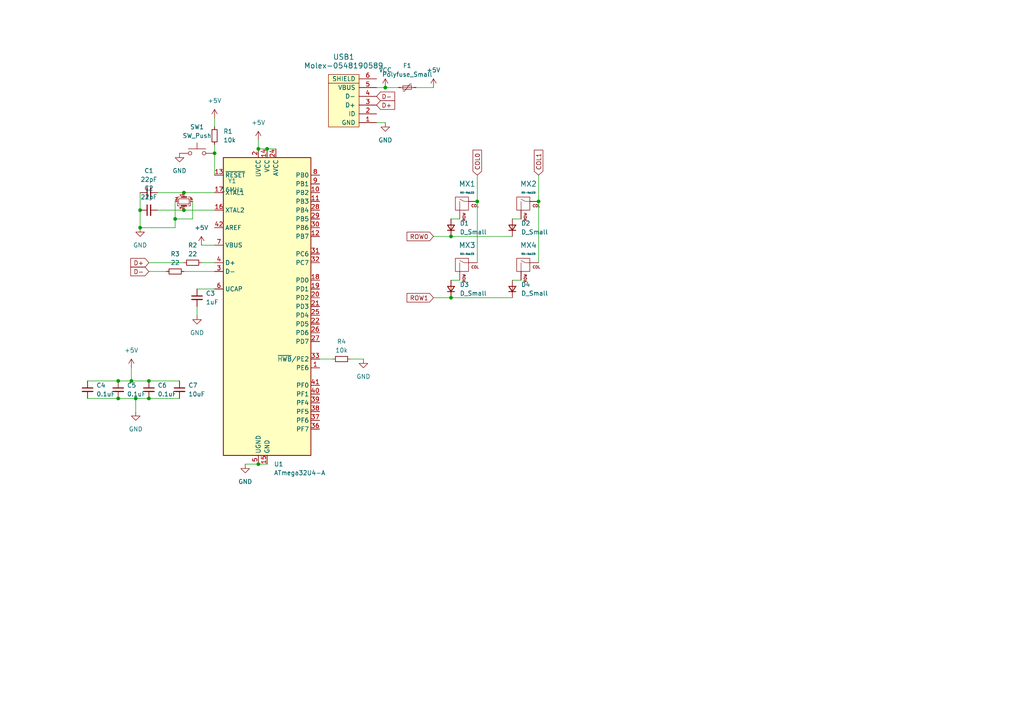
<source format=kicad_sch>
(kicad_sch (version 20230121) (generator eeschema)
  (paper "A4")
  (lib_symbols
    (symbol "Device:C_Small" (pin_numbers hide) (pin_names (offset 0.254) hide)
      (property "Reference" "C" (at 0.254 1.778 0))
      (property "Value" "C_Small" (at 0.254 -2.032 0))
      (symbol "C_Small_0_1"
        (polyline (pts (xy -1.524 -0.508) (xy 1.524 -0.508)) (stroke (width 0.3302)))
        (polyline (pts (xy -1.524 0.508) (xy 1.524 0.508)) (stroke (width 0.3048)))
      )
      (symbol "C_Small_1_1"
        (pin passive line (at 0 2.54 270) (length 2.032) (name "~") (number "1"))
        (pin passive line (at 0 -2.54 90) (length 2.032) (name "~") (number "2"))
      )
    )
    (symbol "Device:Crystal_GND24_Small" (pin_names (offset 1.016) hide)
      (property "Reference" "Y" (at 1.27 4.445 0))
      (property "Value" "Crystal_GND24_Small" (at 1.27 2.54 0))
      (symbol "Crystal_GND24_Small_0_1"
        (rectangle (start -0.762 -1.524) (end 0.762 1.524))
        (polyline (pts (xy -1.27 -0.762) (xy -1.27 0.762)) (stroke (width 0.381)))
        (polyline (pts (xy 1.27 -0.762) (xy 1.27 0.762)) (stroke (width 0.381)))
        (polyline (pts (xy -1.27 -1.27) (xy -1.27 -1.905) (xy 1.27 -1.905) (xy 1.27 -1.27)))
        (polyline (pts (xy -1.27 1.27) (xy -1.27 1.905) (xy 1.27 1.905) (xy 1.27 1.27)))
      )
      (symbol "Crystal_GND24_Small_1_1"
        (pin passive line (at -2.54 0 0) (length 1.27) (name "1") (number "1"))
        (pin passive line (at 0 -2.54 90) (length 0.635) (name "2") (number "2"))
        (pin passive line (at 2.54 0 180) (length 1.27) (name "3") (number "3"))
        (pin passive line (at 0 2.54 270) (length 0.635) (name "4") (number "4"))
      )
    )
    (symbol "Device:D_Small" (pin_numbers hide) (pin_names (offset 0.254) hide)
      (property "Reference" "D" (at -1.27 2.032 0))
      (property "Value" "D_Small" (at -3.81 -2.032 0))
      (symbol "D_Small_0_1"
        (polyline (pts (xy -0.762 -1.016) (xy -0.762 1.016)) (stroke (width 0.254)))
        (polyline (pts (xy -0.762 0) (xy 0.762 0)))
        (polyline (pts (xy 0.762 -1.016) (xy -0.762 0) (xy 0.762 1.016) (xy 0.762 -1.016)) (stroke (width 0.254)))
      )
      (symbol "D_Small_1_1"
        (pin passive line (at -2.54 0 0) (length 1.778) (name "K") (number "1"))
        (pin passive line (at 2.54 0 180) (length 1.778) (name "A") (number "2"))
      )
    )
    (symbol "Device:Polyfuse_Small" (pin_numbers hide) (pin_names (offset 0))
      (property "Reference" "F" (at -1.905 0 90))
      (property "Value" "Polyfuse_Small" (at 1.905 0 90))
      (symbol "Polyfuse_Small_0_1"
        (rectangle (start -0.508 1.27) (end 0.508 -1.27))
        (polyline (pts (xy 0 2.54) (xy 0 -2.54)))
        (polyline (pts (xy -1.016 1.27) (xy -1.016 0.762) (xy 1.016 -0.762) (xy 1.016 -1.27)))
      )
      (symbol "Polyfuse_Small_1_1"
        (pin passive line (at 0 2.54 270) (length 0.635) (name "~") (number "1"))
        (pin passive line (at 0 -2.54 90) (length 0.635) (name "~") (number "2"))
      )
    )
    (symbol "Device:R_Small" (pin_numbers hide) (pin_names (offset 0.254) hide)
      (property "Reference" "R" (at 0.762 0.508 0))
      (property "Value" "R_Small" (at 0.762 -1.016 0))
      (symbol "R_Small_0_1"
        (rectangle (start -0.762 1.778) (end 0.762 -1.778) (stroke (width 0.2032)))
      )
      (symbol "R_Small_1_1"
        (pin passive line (at 0 2.54 270) (length 0.762) (name "~") (number "1"))
        (pin passive line (at 0 -2.54 90) (length 0.762) (name "~") (number "2"))
      )
    )
    (symbol "MCU_Microchip_ATmega:ATmega32U4-A"
      (property "Reference" "U" (at -12.7 44.45 0))
      (property "Value" "ATmega32U4-A" (at 2.54 -44.45 0))
      (symbol "ATmega32U4-A_0_1"
        (rectangle (start -12.7 -43.18) (end 12.7 43.18) (stroke (width 0.254)) (fill (type background)))
      )
      (symbol "ATmega32U4-A_1_1"
        (pin bidirectional line (at 15.24 -17.78 180) (length 2.54) (name "PE6") (number "1"))
        (pin bidirectional line (at 15.24 33.02 180) (length 2.54) (name "PB2") (number "10"))
        (pin bidirectional line (at 15.24 30.48 180) (length 2.54) (name "PB3") (number "11"))
        (pin bidirectional line (at 15.24 20.32 180) (length 2.54) (name "PB7") (number "12"))
        (pin input line (at -15.24 38.1 0) (length 2.54) (name "~{RESET}") (number "13"))
        (pin power_in line (at 0 45.72 270) (length 2.54) (name "VCC") (number "14"))
        (pin power_in line (at 0 -45.72 90) (length 2.54) (name "GND") (number "15"))
        (pin output line (at -15.24 27.94 0) (length 2.54) (name "XTAL2") (number "16"))
        (pin input line (at -15.24 33.02 0) (length 2.54) (name "XTAL1") (number "17"))
        (pin bidirectional line (at 15.24 7.62 180) (length 2.54) (name "PD0") (number "18"))
        (pin bidirectional line (at 15.24 5.08 180) (length 2.54) (name "PD1") (number "19"))
        (pin power_in line (at -2.54 45.72 270) (length 2.54) (name "UVCC") (number "2"))
        (pin bidirectional line (at 15.24 2.54 180) (length 2.54) (name "PD2") (number "20"))
        (pin bidirectional line (at 15.24 0 180) (length 2.54) (name "PD3") (number "21"))
        (pin bidirectional line (at 15.24 -5.08 180) (length 2.54) (name "PD5") (number "22"))
        (pin passive line (at 0 -45.72 90) (length 2.54) hide (name "GND") (number "23"))
        (pin power_in line (at 2.54 45.72 270) (length 2.54) (name "AVCC") (number "24"))
        (pin bidirectional line (at 15.24 -2.54 180) (length 2.54) (name "PD4") (number "25"))
        (pin bidirectional line (at 15.24 -7.62 180) (length 2.54) (name "PD6") (number "26"))
        (pin bidirectional line (at 15.24 -10.16 180) (length 2.54) (name "PD7") (number "27"))
        (pin bidirectional line (at 15.24 27.94 180) (length 2.54) (name "PB4") (number "28"))
        (pin bidirectional line (at 15.24 25.4 180) (length 2.54) (name "PB5") (number "29"))
        (pin bidirectional line (at -15.24 10.16 0) (length 2.54) (name "D-") (number "3"))
        (pin bidirectional line (at 15.24 22.86 180) (length 2.54) (name "PB6") (number "30"))
        (pin bidirectional line (at 15.24 15.24 180) (length 2.54) (name "PC6") (number "31"))
        (pin bidirectional line (at 15.24 12.7 180) (length 2.54) (name "PC7") (number "32"))
        (pin bidirectional line (at 15.24 -15.24 180) (length 2.54) (name "~{HWB}/PE2") (number "33"))
        (pin passive line (at 0 45.72 270) (length 2.54) hide (name "VCC") (number "34"))
        (pin passive line (at 0 -45.72 90) (length 2.54) hide (name "GND") (number "35"))
        (pin bidirectional line (at 15.24 -35.56 180) (length 2.54) (name "PF7") (number "36"))
        (pin bidirectional line (at 15.24 -33.02 180) (length 2.54) (name "PF6") (number "37"))
        (pin bidirectional line (at 15.24 -30.48 180) (length 2.54) (name "PF5") (number "38"))
        (pin bidirectional line (at 15.24 -27.94 180) (length 2.54) (name "PF4") (number "39"))
        (pin bidirectional line (at -15.24 12.7 0) (length 2.54) (name "D+") (number "4"))
        (pin bidirectional line (at 15.24 -25.4 180) (length 2.54) (name "PF1") (number "40"))
        (pin bidirectional line (at 15.24 -22.86 180) (length 2.54) (name "PF0") (number "41"))
        (pin passive line (at -15.24 22.86 0) (length 2.54) (name "AREF") (number "42"))
        (pin passive line (at 0 -45.72 90) (length 2.54) hide (name "GND") (number "43"))
        (pin passive line (at 2.54 45.72 270) (length 2.54) hide (name "AVCC") (number "44"))
        (pin passive line (at -2.54 -45.72 90) (length 2.54) (name "UGND") (number "5"))
        (pin passive line (at -15.24 5.08 0) (length 2.54) (name "UCAP") (number "6"))
        (pin input line (at -15.24 17.78 0) (length 2.54) (name "VBUS") (number "7"))
        (pin bidirectional line (at 15.24 38.1 180) (length 2.54) (name "PB0") (number "8"))
        (pin bidirectional line (at 15.24 35.56 180) (length 2.54) (name "PB1") (number "9"))
      )
    )
    (symbol "MX_Alps_Hybrid:MX-NoLED" (pin_names (offset 1.016))
      (property "Reference" "MX" (at -0.635 3.81 0))
      (property "Value" "MX-NoLED" (at -0.635 1.27 0))
      (symbol "MX-NoLED_0_0"
        (rectangle (start -2.54 2.54) (end 1.27 -1.27))
        (polyline (pts (xy -1.27 -1.27) (xy -1.27 1.27)) (stroke (width 0.127)))
        (polyline (pts (xy 1.27 1.27) (xy 0 1.27) (xy -1.27 1.905)) (stroke (width 0.127)))
        (text "COL" (at 3.175 0 0) (effects (font (size 0.762 0.762))))
        (text "ROW" (at 0 -1.905 900) (effects (font (size 0.762 0.762)) (justify right)))
      )
      (symbol "MX-NoLED_1_1"
        (pin passive line (at 3.81 1.27 180) (length 2.54) (name "COL") (number "1"))
        (pin passive line (at -1.27 -3.81 90) (length 2.54) (name "ROW") (number "2"))
      )
    )
    (symbol "Switch:SW_Push" (pin_numbers hide) (pin_names (offset 1.016) hide)
      (property "Reference" "SW" (at 1.27 2.54 0))
      (property "Value" "SW_Push" (at 0 -1.524 0))
      (symbol "SW_Push_0_1"
        (circle (center -2.032 0) (radius 0.508))
        (polyline (pts (xy 0 1.27) (xy 0 3.048)))
        (polyline (pts (xy 2.54 1.27) (xy -2.54 1.27)))
        (circle (center 2.032 0) (radius 0.508))
        (pin passive line (at -5.08 0 0) (length 2.54) (name "1") (number "1"))
        (pin passive line (at 5.08 0 180) (length 2.54) (name "2") (number "2"))
      )
    )
    (symbol "power:+5V" (power) (pin_names (offset 0))
      (property "Value" "+5V" (at 0 3.556 0))
      (symbol "+5V_0_1"
        (polyline (pts (xy -0.762 1.27) (xy 0 2.54)))
        (polyline (pts (xy 0 0) (xy 0 2.54)))
        (polyline (pts (xy 0 2.54) (xy 0.762 1.27)))
      )
      (symbol "+5V_1_1"
        (pin power_in line (at 0 0 90) (length 0) hide (name "+5V") (number "1"))
      )
    )
    (symbol "power:GND" (power) (pin_names (offset 0))
      (property "Value" "GND" (at 0 -3.81 0))
      (symbol "GND_0_1"
        (polyline (pts (xy 0 0) (xy 0 -1.27) (xy 1.27 -1.27) (xy 0 -2.54) (xy -1.27 -1.27) (xy 0 -1.27)))
      )
      (symbol "GND_1_1"
        (pin power_in line (at 0 0 270) (length 0) hide (name "GND") (number "1"))
      )
    )
    (symbol "power:VCC" (power) (pin_names (offset 0))
      (property "Value" "VCC" (at 0 3.81 0))
      (symbol "VCC_0_1"
        (polyline (pts (xy -0.762 1.27) (xy 0 2.54)))
        (polyline (pts (xy 0 0) (xy 0 2.54)))
        (polyline (pts (xy 0 2.54) (xy 0.762 1.27)))
      )
      (symbol "VCC_1_1"
        (pin power_in line (at 0 0 90) (length 0) hide (name "VCC") (number "1"))
      )
    )
    (symbol "random-keyboard-parts:Molex-0548190589" (pin_names (offset 1.016))
      (property "Reference" "USB" (at 0 7.62 0))
      (property "Value" "Molex-0548190589" (at 0 10.16 0))
      (symbol "Molex-0548190589_0_0"
        (polyline (pts (xy 6.35 -2.54) (xy 6.35 6.35)))
        (rectangle (start 8.89 -2.54) (end -6.35 6.35) (fill (type background)))
      )
      (symbol "Molex-0548190589_1_1"
        (pin input line (at -5.08 -7.62 90) (length 5.08) (name "GND") (number "1"))
        (pin input line (at -2.54 -7.62 90) (length 5.08) (name "ID") (number "2"))
        (pin input line (at 0 -7.62 90) (length 5.08) (name "D+") (number "3"))
        (pin input line (at 2.54 -7.62 90) (length 5.08) (name "D-") (number "4"))
        (pin input line (at 5.08 -7.62 90) (length 5.08) (name "VBUS") (number "5"))
        (pin input line (at 7.62 -7.62 90) (length 5.08) (name "SHIELD") (number "6"))
      )
    )
  )
  (junction (at 111.76 25.4))
  (junction (at 39.37 115.57))
  (junction (at 34.29 110.49))
  (junction (at 77.47 43.18))
  (junction (at 34.29 115.57))
  (junction (at 130.81 68.58))
  (junction (at 156.21 58.42))
  (junction (at 74.93 134.62))
  (junction (at 62.23 44.45))
  (junction (at 53.34 60.96))
  (junction (at 53.34 55.88))
  (junction (at 43.18 110.49))
  (junction (at 40.64 60.96))
  (junction (at 74.93 43.18))
  (junction (at 138.43 58.42))
  (junction (at 38.1 110.49))
  (junction (at 130.81 86.36))
  (junction (at 50.8 63.5))
  (junction (at 43.18 115.57))
  (junction (at 40.64 66.04))
  (wire (pts (xy 111.76 25.4) (xy 115.57 25.4)))
  (wire (pts (xy 109.22 35.56) (xy 111.76 35.56)))
  (wire (pts (xy 130.81 81.28) (xy 133.35 81.28)))
  (wire (pts (xy 39.37 115.57) (xy 39.37 119.38)))
  (wire (pts (xy 74.93 43.18) (xy 77.47 43.18)))
  (wire (pts (xy 43.18 78.74) (xy 48.26 78.74)))
  (wire (pts (xy 120.65 25.4) (xy 125.73 25.4)))
  (wire (pts (xy 77.47 43.18) (xy 80.01 43.18)))
  (wire (pts (xy 62.23 34.29) (xy 62.23 36.83)))
  (wire (pts (xy 92.71 104.14) (xy 96.52 104.14)))
  (wire (pts (xy 43.18 76.2) (xy 53.34 76.2)))
  (wire (pts (xy 62.23 41.91) (xy 62.23 44.45)))
  (wire (pts (xy 25.4 110.49) (xy 34.29 110.49)))
  (wire (pts (xy 57.15 88.9) (xy 57.15 91.44)))
  (wire (pts (xy 34.29 115.57) (xy 39.37 115.57)))
  (wire (pts (xy 101.6 104.14) (xy 105.41 104.14)))
  (wire (pts (xy 156.21 50.8) (xy 156.21 58.42)))
  (wire (pts (xy 43.18 115.57) (xy 52.07 115.57)))
  (wire (pts (xy 40.64 60.96) (xy 40.64 66.04)))
  (wire (pts (xy 74.93 134.62) (xy 77.47 134.62)))
  (wire (pts (xy 125.73 68.58) (xy 130.81 68.58)))
  (wire (pts (xy 148.59 63.5) (xy 151.13 63.5)))
  (wire (pts (xy 34.29 110.49) (xy 38.1 110.49)))
  (wire (pts (xy 109.22 25.4) (xy 111.76 25.4)))
  (wire (pts (xy 53.34 55.88) (xy 62.23 55.88)))
  (wire (pts (xy 130.81 86.36) (xy 148.59 86.36)))
  (wire (pts (xy 138.43 58.42) (xy 138.43 76.2)))
  (wire (pts (xy 58.42 71.12) (xy 62.23 71.12)))
  (wire (pts (xy 50.8 58.42) (xy 50.8 63.5)))
  (wire (pts (xy 43.18 110.49) (xy 52.07 110.49)))
  (wire (pts (xy 39.37 115.57) (xy 43.18 115.57)))
  (wire (pts (xy 40.64 55.88) (xy 40.64 60.96)))
  (wire (pts (xy 45.72 55.88) (xy 53.34 55.88)))
  (wire (pts (xy 130.81 68.58) (xy 148.59 68.58)))
  (wire (pts (xy 45.72 60.96) (xy 53.34 60.96)))
  (wire (pts (xy 58.42 76.2) (xy 62.23 76.2)))
  (wire (pts (xy 38.1 106.68) (xy 38.1 110.49)))
  (wire (pts (xy 53.34 60.96) (xy 62.23 60.96)))
  (wire (pts (xy 38.1 110.49) (xy 43.18 110.49)))
  (wire (pts (xy 71.12 134.62) (xy 74.93 134.62)))
  (wire (pts (xy 25.4 115.57) (xy 34.29 115.57)))
  (wire (pts (xy 57.15 83.82) (xy 62.23 83.82)))
  (wire (pts (xy 50.8 63.5) (xy 55.88 63.5)))
  (wire (pts (xy 55.88 58.42) (xy 55.88 63.5)))
  (wire (pts (xy 40.64 66.04) (xy 50.8 66.04)))
  (wire (pts (xy 125.73 86.36) (xy 130.81 86.36)))
  (wire (pts (xy 74.93 40.64) (xy 74.93 43.18)))
  (wire (pts (xy 156.21 58.42) (xy 156.21 76.2)))
  (wire (pts (xy 138.43 50.8) (xy 138.43 58.42)))
  (wire (pts (xy 50.8 63.5) (xy 50.8 66.04)))
  (wire (pts (xy 62.23 44.45) (xy 62.23 50.8)))
  (wire (pts (xy 53.34 78.74) (xy 62.23 78.74)))
  (wire (pts (xy 148.59 81.28) (xy 151.13 81.28)))
  (wire (pts (xy 130.81 63.5) (xy 133.35 63.5)))
  (global_label "D-" (shape input) (at 109.22 27.94 0) (property "Intersheetrefs" "${INTERSHEET_REFS}" (effects hide)))
  (global_label "D-" (shape input) (at 43.18 78.74 180) (property "Intersheetrefs" "${INTERSHEET_REFS}" (effects hide)))
  (global_label "COL0" (shape input) (at 138.43 50.8 90) (property "Intersheetrefs" "${INTERSHEET_REFS}" (effects hide)))
  (global_label "D+" (shape input) (at 109.22 30.48 0) (property "Intersheetrefs" "${INTERSHEET_REFS}" (effects hide)))
  (global_label "ROW1" (shape input) (at 125.73 86.36 180) (property "Intersheetrefs" "${INTERSHEET_REFS}" (effects hide)))
  (global_label "COL1" (shape input) (at 156.21 50.8 90) (property "Intersheetrefs" "${INTERSHEET_REFS}" (effects hide)))
  (global_label "D+" (shape input) (at 43.18 76.2 180) (property "Intersheetrefs" "${INTERSHEET_REFS}" (effects hide)))
  (global_label "ROW0" (shape input) (at 125.73 68.58 180) (property "Intersheetrefs" "${INTERSHEET_REFS}" (effects hide)))
  (symbol (lib_id "MX_Alps_Hybrid:MX-NoLED") (at 134.62 77.47 0) (unit 1)
    (property "Reference" "MX3" (at 135.5032 71.12 0) (effects (font (size 1.524 1.524))))
    (property "Value" "MX-NoLED" (at 135.5032 73.66 0) (effects (font (size 0.508 0.508))))
    (property "Footprint" "MX_Alps_Hybrid:MX-1U-NoLED" (effects hide))
  )
  (symbol (lib_id "Device:D_Small") (at 130.81 83.82 90) (unit 1)
    (property "Reference" "D3" (at 133.35 82.55 90) (effects (justify right)))
    (property "Value" "D_Small" (at 133.35 85.09 90) (effects (justify right)))
    (property "Footprint" "Diode_SMD:D_SOD-123" (effects hide))
    (property "Sim.Device" "D" (effects hide))
    (property "Sim.Pins" "1=K 2=A" (effects hide))
  )
  (symbol (lib_id "Device:D_Small") (at 148.59 66.04 90) (unit 1)
    (property "Reference" "D2" (at 151.13 64.77 90) (effects (justify right)))
    (property "Value" "D_Small" (at 151.13 67.31 90) (effects (justify right)))
    (property "Footprint" "Diode_SMD:D_SOD-123" (effects hide))
    (property "Sim.Device" "D" (effects hide))
    (property "Sim.Pins" "1=K 2=A" (effects hide))
  )
  (symbol (lib_id "Device:D_Small") (at 148.59 83.82 90) (unit 1)
    (property "Reference" "D4" (at 151.13 82.55 90) (effects (justify right)))
    (property "Value" "D_Small" (at 151.13 85.09 90) (effects (justify right)))
    (property "Footprint" "Diode_SMD:D_SOD-123" (effects hide))
    (property "Sim.Device" "D" (effects hide))
    (property "Sim.Pins" "1=K 2=A" (effects hide))
  )
  (symbol (lib_id "power:GND") (at 71.12 134.62 0) (unit 1)
    (property "Reference" "#PWR02" (effects hide))
    (property "Value" "GND" (at 71.12 139.7 0))
  )
  (symbol (lib_id "MCU_Microchip_ATmega:ATmega32U4-A") (at 77.47 88.9 0) (unit 1)
    (property "Reference" "U1" (at 79.4259 134.62 0) (effects (justify left)))
    (property "Value" "ATmega32U4-A" (at 79.4259 137.16 0) (effects (justify left)))
    (property "Footprint" "Package_QFP:TQFP-44_10x10mm_P0.8mm" (effects hide))
    (property "Datasheet" "http://ww1.microchip.com/downloads/en/DeviceDoc/Atmel-7766-8-bit-AVR-ATmega16U4-32U4_Datasheet.pdf" (effects hide))
  )
  (symbol (lib_id "power:GND") (at 40.64 66.04 0) (unit 1)
    (property "Reference" "#PWR08" (effects hide))
    (property "Value" "GND" (at 40.64 71.12 0))
  )
  (symbol (lib_id "Device:C_Small") (at 52.07 113.03 0) (unit 1)
    (property "Reference" "C7" (at 54.61 111.7663 0) (effects (justify left)))
    (property "Value" "10uF" (at 54.61 114.3063 0) (effects (justify left)))
    (property "Footprint" "Capacitor_SMD:C_0805_2012Metric" (effects hide))
  )
  (symbol (lib_id "Device:C_Small") (at 43.18 60.96 90) (unit 1)
    (property "Reference" "C2" (at 43.1863 54.61 90))
    (property "Value" "22pF" (at 43.1863 57.15 90))
    (property "Footprint" "Capacitor_SMD:C_0805_2012Metric" (effects hide))
  )
  (symbol (lib_id "Device:C_Small") (at 43.18 55.88 90) (unit 1)
    (property "Reference" "C1" (at 43.1863 49.53 90))
    (property "Value" "22pF" (at 43.1863 52.07 90))
    (property "Footprint" "Capacitor_SMD:C_0805_2012Metric" (effects hide))
  )
  (symbol (lib_id "power:GND") (at 57.15 91.44 0) (unit 1)
    (property "Reference" "#PWR04" (effects hide))
    (property "Value" "GND" (at 57.15 96.52 0))
  )
  (symbol (lib_id "Device:R_Small") (at 50.8 78.74 90) (unit 1)
    (property "Reference" "R3" (at 50.8 73.66 90))
    (property "Value" "22" (at 50.8 76.2 90))
    (property "Footprint" "Resistor_SMD:R_0805_2012Metric" (effects hide))
  )
  (symbol (lib_id "power:+5V") (at 38.1 106.68 0) (unit 1)
    (property "Reference" "#PWR06" (effects hide))
    (property "Value" "+5V" (at 38.1 101.6 0))
  )
  (symbol (lib_id "power:+5V") (at 62.23 34.29 0) (unit 1)
    (property "Reference" "#PWR010" (effects hide))
    (property "Value" "+5V" (at 62.23 29.21 0))
  )
  (symbol (lib_id "power:GND") (at 105.41 104.14 0) (unit 1)
    (property "Reference" "#PWR03" (effects hide))
    (property "Value" "GND" (at 105.41 109.22 0))
  )
  (symbol (lib_id "Device:C_Small") (at 57.15 86.36 0) (unit 1)
    (property "Reference" "C3" (at 59.69 85.0963 0) (effects (justify left)))
    (property "Value" "1uF" (at 59.69 87.6363 0) (effects (justify left)))
    (property "Footprint" "Capacitor_SMD:C_0805_2012Metric" (effects hide))
  )
  (symbol (lib_id "Device:R_Small") (at 99.06 104.14 90) (unit 1)
    (property "Reference" "R4" (at 99.06 99.06 90))
    (property "Value" "10k" (at 99.06 101.6 90))
    (property "Footprint" "Resistor_SMD:R_0805_2012Metric" (effects hide))
  )
  (symbol (lib_id "power:GND") (at 52.07 44.45 0) (unit 1)
    (property "Reference" "#PWR09" (effects hide))
    (property "Value" "GND" (at 52.07 49.53 0))
  )
  (symbol (lib_id "power:+5V") (at 74.93 40.64 0) (unit 1)
    (property "Reference" "#PWR01" (effects hide))
    (property "Value" "+5V" (at 74.93 35.56 0))
  )
  (symbol (lib_id "power:+5V") (at 58.42 71.12 0) (unit 1)
    (property "Reference" "#PWR07" (effects hide))
    (property "Value" "+5V" (at 58.42 66.04 0))
  )
  (symbol (lib_id "power:GND") (at 111.76 35.56 0) (unit 1)
    (property "Reference" "#PWR013" (effects hide))
    (property "Value" "GND" (at 111.76 40.64 0))
  )
  (symbol (lib_id "Device:C_Small") (at 25.4 113.03 0) (unit 1)
    (property "Reference" "C4" (at 27.94 111.7663 0) (effects (justify left)))
    (property "Value" "0.1uF" (at 27.94 114.3063 0) (effects (justify left)))
    (property "Footprint" "Capacitor_SMD:C_0805_2012Metric" (effects hide))
  )
  (symbol (lib_id "Device:D_Small") (at 130.81 66.04 90) (unit 1)
    (property "Reference" "D1" (at 133.35 64.77 90) (effects (justify right)))
    (property "Value" "D_Small" (at 133.35 67.31 90) (effects (justify right)))
    (property "Footprint" "Diode_SMD:D_SOD-123" (effects hide))
    (property "Sim.Device" "D" (effects hide))
    (property "Sim.Pins" "1=K 2=A" (effects hide))
  )
  (symbol (lib_id "power:VCC") (at 111.76 25.4 0) (unit 1)
    (property "Reference" "#PWR011" (effects hide))
    (property "Value" "VCC" (at 111.76 20.32 0))
  )
  (symbol (lib_id "Device:Polyfuse_Small") (at 118.11 25.4 90) (unit 1)
    (property "Reference" "F1" (at 118.11 19.05 90))
    (property "Value" "Polyfuse_Small" (at 118.11 21.59 90))
    (property "Footprint" "Fuse:Fuse_1206_3216Metric" (effects hide))
  )
  (symbol (lib_id "Device:R_Small") (at 62.23 39.37 180) (unit 1)
    (property "Reference" "R1" (at 64.77 38.1 0) (effects (justify right)))
    (property "Value" "10k" (at 64.77 40.64 0) (effects (justify right)))
    (property "Footprint" "Resistor_SMD:R_0805_2012Metric" (effects hide))
  )
  (symbol (lib_id "MX_Alps_Hybrid:MX-NoLED") (at 152.4 77.47 0) (unit 1)
    (property "Reference" "MX4" (at 153.2832 71.12 0) (effects (font (size 1.524 1.524))))
    (property "Value" "MX-NoLED" (at 153.2832 73.66 0) (effects (font (size 0.508 0.508))))
    (property "Footprint" "MX_Alps_Hybrid:MX-1U-NoLED" (effects hide))
  )
  (symbol (lib_id "MX_Alps_Hybrid:MX-NoLED") (at 134.62 59.69 0) (unit 1)
    (property "Reference" "MX1" (at 135.5032 53.34 0) (effects (font (size 1.524 1.524))))
    (property "Value" "MX-NoLED" (at 135.5032 55.88 0) (effects (font (size 0.508 0.508))))
    (property "Footprint" "MX_Alps_Hybrid:MX-1U-NoLED" (effects hide))
  )
  (symbol (lib_id "random-keyboard-parts:Molex-0548190589") (at 101.6 30.48 90) (unit 1)
    (property "Reference" "USB1" (at 99.695 16.51 90) (effects (font (size 1.524 1.524))))
    (property "Value" "Molex-0548190589" (at 99.695 19.05 90) (effects (font (size 1.524 1.524))))
    (property "Footprint" "random-keyboard-parts:Molex-0548190589" (effects hide))
  )
  (symbol (lib_id "power:GND") (at 39.37 119.38 0) (unit 1)
    (property "Reference" "#PWR05" (effects hide))
    (property "Value" "GND" (at 39.37 124.46 0))
  )
  (symbol (lib_id "Device:R_Small") (at 55.88 76.2 90) (unit 1)
    (property "Reference" "R2" (at 55.88 71.12 90))
    (property "Value" "22" (at 55.88 73.66 90))
    (property "Footprint" "Resistor_SMD:R_0805_2012Metric" (effects hide))
  )
  (symbol (lib_id "Device:Crystal_GND24_Small") (at 53.34 58.42 270) (unit 1)
    (property "Reference" "Y1" (at 67.31 52.4763 90))
    (property "Value" "16MHz" (at 67.31 55.0163 90))
    (property "Footprint" "Crystal:Crystal_SMD_3225-4Pin_3.2x2.5mm" (effects hide))
  )
  (symbol (lib_id "Switch:SW_Push") (at 57.15 44.45 0) (unit 1)
    (property "Reference" "SW1" (at 57.15 36.83 0))
    (property "Value" "SW_Push" (at 57.15 39.37 0))
    (property "Footprint" "random-keyboard-parts:SKQG-1155865" (effects hide))
  )
  (symbol (lib_id "Device:C_Small") (at 43.18 113.03 0) (unit 1)
    (property "Reference" "C6" (at 45.72 111.7663 0) (effects (justify left)))
    (property "Value" "0.1uF" (at 45.72 114.3063 0) (effects (justify left)))
    (property "Footprint" "Capacitor_SMD:C_0805_2012Metric" (effects hide))
  )
  (symbol (lib_id "power:+5V") (at 125.73 25.4 0) (unit 1)
    (property "Reference" "#PWR012" (effects hide))
    (property "Value" "+5V" (at 125.73 20.32 0))
  )
  (symbol (lib_id "MX_Alps_Hybrid:MX-NoLED") (at 152.4 59.69 0) (unit 1)
    (property "Reference" "MX2" (at 153.2832 53.34 0) (effects (font (size 1.524 1.524))))
    (property "Value" "MX-NoLED" (at 153.2832 55.88 0) (effects (font (size 0.508 0.508))))
    (property "Footprint" "MX_Alps_Hybrid:MX-1U-NoLED" (effects hide))
  )
  (symbol (lib_id "Device:C_Small") (at 34.29 113.03 0) (unit 1)
    (property "Reference" "C5" (at 36.83 111.7663 0) (effects (justify left)))
    (property "Value" "0.1uF" (at 36.83 114.3063 0) (effects (justify left)))
    (property "Footprint" "Capacitor_SMD:C_0805_2012Metric" (effects hide))
  )
)
</source>
